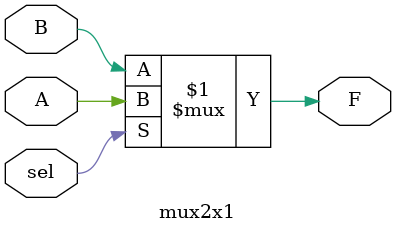
<source format=v>
module mux2x1(A,B,sel,F);
input A,B,sel;
output F;
assign F=sel? A:B;
endmodule

</source>
